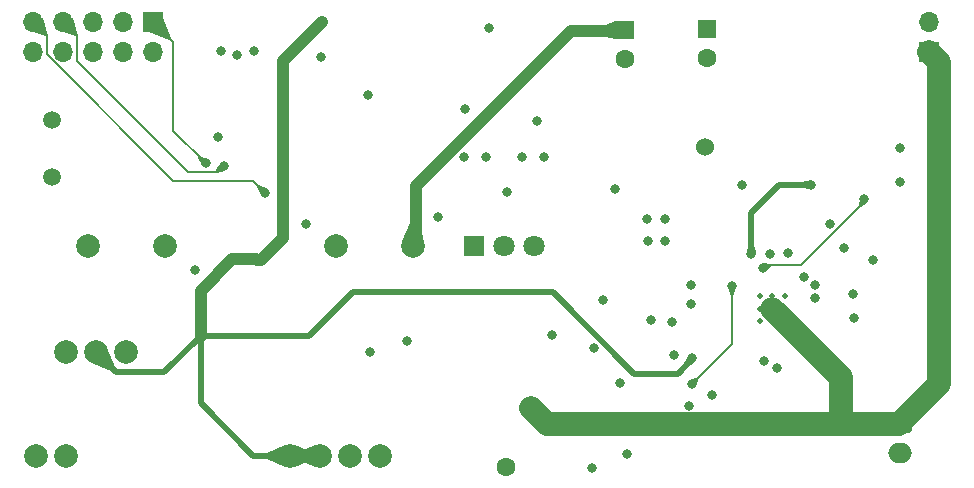
<source format=gbr>
%TF.GenerationSoftware,KiCad,Pcbnew,8.0.2-8.0.2-0~ubuntu22.04.1*%
%TF.CreationDate,2024-05-10T23:44:38+03:00*%
%TF.ProjectId,handle-module,68616e64-6c65-42d6-9d6f-64756c652e6b,rev?*%
%TF.SameCoordinates,Original*%
%TF.FileFunction,Copper,L2,Inr*%
%TF.FilePolarity,Positive*%
%FSLAX46Y46*%
G04 Gerber Fmt 4.6, Leading zero omitted, Abs format (unit mm)*
G04 Created by KiCad (PCBNEW 8.0.2-8.0.2-0~ubuntu22.04.1) date 2024-05-10 23:44:38*
%MOMM*%
%LPD*%
G01*
G04 APERTURE LIST*
G04 Aperture macros list*
%AMRoundRect*
0 Rectangle with rounded corners*
0 $1 Rounding radius*
0 $2 $3 $4 $5 $6 $7 $8 $9 X,Y pos of 4 corners*
0 Add a 4 corners polygon primitive as box body*
4,1,4,$2,$3,$4,$5,$6,$7,$8,$9,$2,$3,0*
0 Add four circle primitives for the rounded corners*
1,1,$1+$1,$2,$3*
1,1,$1+$1,$4,$5*
1,1,$1+$1,$6,$7*
1,1,$1+$1,$8,$9*
0 Add four rect primitives between the rounded corners*
20,1,$1+$1,$2,$3,$4,$5,0*
20,1,$1+$1,$4,$5,$6,$7,0*
20,1,$1+$1,$6,$7,$8,$9,0*
20,1,$1+$1,$8,$9,$2,$3,0*%
G04 Aperture macros list end*
%TA.AperFunction,HeatsinkPad*%
%ADD10C,0.500000*%
%TD*%
%TA.AperFunction,ComponentPad*%
%ADD11C,1.500000*%
%TD*%
%TA.AperFunction,ComponentPad*%
%ADD12R,1.700000X1.700000*%
%TD*%
%TA.AperFunction,ComponentPad*%
%ADD13O,1.700000X1.700000*%
%TD*%
%TA.AperFunction,ComponentPad*%
%ADD14C,2.000000*%
%TD*%
%TA.AperFunction,ComponentPad*%
%ADD15R,1.600000X1.600000*%
%TD*%
%TA.AperFunction,ComponentPad*%
%ADD16C,1.600000*%
%TD*%
%TA.AperFunction,ComponentPad*%
%ADD17R,1.800000X1.800000*%
%TD*%
%TA.AperFunction,ComponentPad*%
%ADD18C,1.800000*%
%TD*%
%TA.AperFunction,ComponentPad*%
%ADD19RoundRect,0.250000X-0.750000X0.600000X-0.750000X-0.600000X0.750000X-0.600000X0.750000X0.600000X0*%
%TD*%
%TA.AperFunction,ComponentPad*%
%ADD20O,2.000000X1.700000*%
%TD*%
%TA.AperFunction,ComponentPad*%
%ADD21C,1.524000*%
%TD*%
%TA.AperFunction,ViaPad*%
%ADD22C,0.800000*%
%TD*%
%TA.AperFunction,Conductor*%
%ADD23C,1.000000*%
%TD*%
%TA.AperFunction,Conductor*%
%ADD24C,0.500000*%
%TD*%
%TA.AperFunction,Conductor*%
%ADD25C,2.000000*%
%TD*%
%TA.AperFunction,Conductor*%
%ADD26C,0.200000*%
%TD*%
G04 APERTURE END LIST*
D10*
%TO.N,GNDPWR*%
%TO.C,U5*%
X118640487Y-103250000D03*
X118640487Y-104300000D03*
X118640487Y-105350000D03*
X119690487Y-103250000D03*
X119690487Y-104300000D03*
X119690487Y-105350000D03*
X120740487Y-103250000D03*
X120740487Y-104300000D03*
X120740487Y-105350000D03*
%TD*%
D11*
%TO.N,Net-(U3-XTAL2{slash}PB7)*%
%TO.C,X1*%
X58740487Y-93175000D03*
%TO.N,Net-(U3-XTAL1{slash}PB6)*%
X58740487Y-88295000D03*
%TD*%
D12*
%TO.N,GNDPWR*%
%TO.C,J1*%
X132975000Y-82600000D03*
D13*
%TO.N,Net-(J1-Pin_2)*%
X132975000Y-80060000D03*
%TD*%
D14*
%TO.N,unconnected-(U2-ANT-Pad1)*%
%TO.C,U2*%
X57370487Y-116750000D03*
%TO.N,GNDA*%
X59910487Y-116750000D03*
%TO.N,+5V*%
X78870487Y-116750000D03*
X81410487Y-116750000D03*
%TO.N,/FM_IN*%
X83950487Y-116750000D03*
%TO.N,GNDA*%
X86490487Y-116750000D03*
%TD*%
D15*
%TO.N,/VBAT*%
%TO.C,C6*%
X107200000Y-80700000D03*
D16*
%TO.N,GNDA*%
X107200000Y-83200000D03*
%TD*%
D15*
%TO.N,/VBAT*%
%TO.C,C5*%
X114200000Y-80617621D03*
D16*
%TO.N,GNDPWR*%
X114200000Y-83117621D03*
%TD*%
D14*
%TO.N,/FM_OUT*%
%TO.C,U1*%
X59910487Y-108000000D03*
%TO.N,+5V*%
X62450487Y-108000000D03*
%TO.N,GNDA*%
X64990487Y-108000000D03*
%TD*%
D17*
%TO.N,Net-(D1-A1)*%
%TO.C,D1*%
X94440487Y-99000000D03*
D18*
%TO.N,Net-(D1-K)*%
X96980487Y-99000000D03*
%TO.N,Net-(D1-A2)*%
X99520487Y-99000000D03*
%TD*%
D16*
%TO.N,/CHARGER_SUPPLY*%
%TO.C,RV1*%
X97150000Y-117700000D03*
%TO.N,GNDPWR*%
X99250000Y-112700000D03*
%TD*%
D19*
%TO.N,GNDPWR*%
%TO.C,J2*%
X130490487Y-114000000D03*
D20*
%TO.N,Net-(D9-A)*%
X130490487Y-116500000D03*
%TD*%
D14*
%TO.N,/CLOSE_BUTTON*%
%TO.C,SW2*%
X82740487Y-99000000D03*
%TO.N,/VBAT*%
X89240487Y-99000000D03*
%TD*%
D21*
%TO.N,GNDA*%
%TO.C,TP2*%
X114000000Y-90600000D03*
%TD*%
D14*
%TO.N,/VBAT*%
%TO.C,SW1*%
X61740487Y-99000000D03*
%TO.N,/OPEN_BUTTON*%
X68240487Y-99000000D03*
%TD*%
D12*
%TO.N,/MOSI*%
%TO.C,J3*%
X67280487Y-80000000D03*
D13*
%TO.N,+5V*%
X67280487Y-82540000D03*
%TO.N,unconnected-(J3-Pin_3-Pad3)*%
X64740487Y-80000000D03*
%TO.N,/RXD*%
X64740487Y-82540000D03*
%TO.N,/RESET#*%
X62200487Y-80000000D03*
%TO.N,/TXD*%
X62200487Y-82540000D03*
%TO.N,/SCK*%
X59660487Y-80000000D03*
%TO.N,GNDA*%
X59660487Y-82540000D03*
%TO.N,/MISO*%
X57120487Y-80000000D03*
%TO.N,GNDA*%
X57120487Y-82540000D03*
%TD*%
D22*
%TO.N,GNDA*%
X81490487Y-83000000D03*
X80190487Y-97100000D03*
X72990487Y-82500000D03*
X97200000Y-94400000D03*
X128190218Y-100190219D03*
X95740487Y-80500000D03*
X70790487Y-101000000D03*
X85490487Y-86250000D03*
X72740487Y-89750000D03*
X85600000Y-108000000D03*
%TO.N,+5V*%
X100345487Y-91500000D03*
X71290487Y-103000000D03*
X95432987Y-91500000D03*
X112890487Y-108500000D03*
X99800000Y-88400000D03*
X81590487Y-80000000D03*
X106400000Y-94200000D03*
X75990487Y-100100000D03*
%TO.N,GNDPWR*%
X125790487Y-99200000D03*
X130490487Y-90700000D03*
%TO.N,/CHARGER_SUPPLY*%
X104400000Y-117800000D03*
X101002987Y-106562500D03*
X107387500Y-116600000D03*
%TO.N,Net-(Q7-G)*%
X104602987Y-107600000D03*
%TO.N,/VSYS*%
X112802987Y-102300000D03*
X130490487Y-93600000D03*
X124590487Y-97100000D03*
%TO.N,/CHARGER_BATSRC*%
X110590487Y-96700000D03*
X126590487Y-105100000D03*
X117090487Y-93800000D03*
%TO.N,/VBAT*%
X109090487Y-96700000D03*
%TO.N,/MOSI*%
X71740487Y-92000000D03*
%TO.N,/SCK*%
X73240487Y-92250000D03*
%TO.N,/MISO*%
X76740487Y-94500000D03*
%TO.N,/LED_GREEN#*%
X98520487Y-91500000D03*
%TO.N,/LED_RED#*%
X93607987Y-91500000D03*
%TO.N,Net-(Q8-G)*%
X105402987Y-103600000D03*
%TO.N,Net-(Q9-G)*%
X127490487Y-95000000D03*
X118925206Y-100874794D03*
%TO.N,/CHARGER_BATDRV*%
X126490487Y-103100000D03*
%TO.N,Net-(Q8-D)*%
X112802987Y-103900000D03*
%TO.N,Net-(U5-ILIM)*%
X121000000Y-99600000D03*
X122400000Y-101600000D03*
%TO.N,Net-(U5-VCC)*%
X112890487Y-110700000D03*
X116290487Y-102400000D03*
%TO.N,Net-(Q10-D)*%
X117925000Y-99700000D03*
X122990487Y-93800000D03*
%TO.N,/SDA*%
X119000000Y-108700000D03*
X75790487Y-82500000D03*
%TO.N,/SCL*%
X120100000Y-109300000D03*
X74390487Y-82800000D03*
%TO.N,/CHARGER_SRP*%
X110600000Y-98600000D03*
%TO.N,/CHARGER_SRN*%
X109200000Y-98600000D03*
%TO.N,Net-(U5-BTST)*%
X119500000Y-99700000D03*
%TO.N,Net-(D6-K)*%
X106802987Y-110600000D03*
%TO.N,/PROCHOT#*%
X88800000Y-107000000D03*
X91400000Y-96500000D03*
X93700000Y-87400000D03*
X114600000Y-111600000D03*
%TO.N,Net-(U5-ACDET)*%
X112600000Y-112500000D03*
%TO.N,Net-(U5-ACDRV)*%
X111402987Y-108200000D03*
%TO.N,/CHR_VSYS_NMOS*%
X109402987Y-105300000D03*
%TO.N,Net-(U5-CMSRC)*%
X111202987Y-105400000D03*
%TO.N,Net-(U5-SRP)*%
X123290487Y-102300000D03*
%TO.N,Net-(U5-SRN)*%
X123333234Y-103355509D03*
%TD*%
D23*
%TO.N,+5V*%
X75990487Y-100100000D02*
X73990487Y-100100000D01*
D24*
X108005069Y-109800000D02*
X111690487Y-109800000D01*
X71290487Y-106600000D02*
X80490487Y-106600000D01*
D23*
X73990487Y-100100000D02*
X71290487Y-102800000D01*
X81590487Y-80000000D02*
X78290487Y-83300000D01*
X76390487Y-100200000D02*
X76090487Y-100200000D01*
D24*
X84190487Y-102900000D02*
X101105069Y-102900000D01*
X64150487Y-109700000D02*
X62450487Y-108000000D01*
D23*
X71290487Y-103000000D02*
X71290487Y-106600000D01*
D24*
X112890487Y-108600000D02*
X112890487Y-108500000D01*
D23*
X71290487Y-102800000D02*
X71290487Y-103000000D01*
D24*
X80490487Y-106600000D02*
X84190487Y-102900000D01*
X112990487Y-108500000D02*
X112890487Y-108600000D01*
D23*
X76090487Y-100200000D02*
X75990487Y-100100000D01*
D24*
X71290487Y-112300000D02*
X75740487Y-116750000D01*
X71290487Y-106600000D02*
X71290487Y-112300000D01*
X68190487Y-109700000D02*
X64150487Y-109700000D01*
D23*
X78290487Y-98300000D02*
X76390487Y-100200000D01*
D24*
X112890487Y-108500000D02*
X112990487Y-108500000D01*
X111690487Y-109800000D02*
X112890487Y-108600000D01*
D23*
X78290487Y-83300000D02*
X78290487Y-98300000D01*
D24*
X101105069Y-102900000D02*
X108005069Y-109800000D01*
X71290487Y-106600000D02*
X68190487Y-109700000D01*
X78870487Y-116750000D02*
X81410487Y-116750000D01*
X75740487Y-116750000D02*
X78870487Y-116750000D01*
D25*
%TO.N,GNDPWR*%
X125500000Y-114100000D02*
X100650000Y-114100000D01*
X133790487Y-110700000D02*
X133790487Y-83415487D01*
X125500000Y-110109513D02*
X125500000Y-114100000D01*
X125500000Y-114100000D02*
X130390487Y-114100000D01*
X119690487Y-104300000D02*
X125500000Y-110109513D01*
X130390487Y-114100000D02*
X133790487Y-110700000D01*
X100650000Y-114100000D02*
X99250000Y-112700000D01*
X133790487Y-83415487D02*
X132975000Y-82600000D01*
D23*
%TO.N,/VBAT*%
X89490487Y-93944365D02*
X102617232Y-80817620D01*
X89490487Y-99000000D02*
X89490487Y-93944365D01*
X102617232Y-80817620D02*
X107200000Y-80817620D01*
D26*
%TO.N,/MOSI*%
X71740487Y-92000000D02*
X68990487Y-89250000D01*
X68990487Y-89250000D02*
X68990487Y-81710000D01*
X68990487Y-81710000D02*
X67280487Y-80000000D01*
%TO.N,/SCK*%
X72790487Y-92700000D02*
X70190487Y-92700000D01*
X60810487Y-81150000D02*
X59660487Y-80000000D01*
X60810487Y-83320000D02*
X60810487Y-81150000D01*
X73240487Y-92250000D02*
X72790487Y-92700000D01*
X70190487Y-92700000D02*
X60810487Y-83320000D01*
%TO.N,/MISO*%
X75740487Y-93500000D02*
X68994141Y-93500000D01*
X68994141Y-93500000D02*
X58270487Y-82776346D01*
X58270487Y-82776346D02*
X58270487Y-81150000D01*
X58270487Y-81150000D02*
X57120487Y-80000000D01*
X76740487Y-94500000D02*
X75740487Y-93500000D01*
%TO.N,Net-(Q9-G)*%
X127490487Y-95254757D02*
X127490487Y-95000000D01*
X119200000Y-100600000D02*
X122145244Y-100600000D01*
X118925206Y-100874794D02*
X119200000Y-100600000D01*
X122145244Y-100600000D02*
X127490487Y-95254757D01*
%TO.N,Net-(U5-VCC)*%
X116290487Y-107300000D02*
X112890487Y-110700000D01*
X116290487Y-102400000D02*
X116290487Y-107300000D01*
D24*
%TO.N,Net-(Q10-D)*%
X120290487Y-93800000D02*
X122990487Y-93800000D01*
X117900000Y-99675000D02*
X117900000Y-96190487D01*
X117900000Y-96190487D02*
X120290487Y-93800000D01*
%TD*%
%TA.AperFunction,Conductor*%
%TO.N,Net-(Q10-D)*%
G36*
X122985429Y-93404435D02*
G01*
X122990322Y-93411935D01*
X122990522Y-93414062D01*
X122991487Y-93800000D01*
X122991487Y-93800058D01*
X122990522Y-94185937D01*
X122987074Y-94194202D01*
X122978793Y-94197608D01*
X122976666Y-94197408D01*
X122200031Y-94051789D01*
X122192531Y-94046896D01*
X122190487Y-94040289D01*
X122190487Y-93559710D01*
X122193914Y-93551437D01*
X122200029Y-93548210D01*
X122976667Y-93402591D01*
X122985429Y-93404435D01*
G37*
%TD.AperFunction*%
%TD*%
%TA.AperFunction,Conductor*%
%TO.N,/VBAT*%
G36*
X89988464Y-97053155D02*
G01*
X89991796Y-97059940D01*
X90238798Y-98986825D01*
X90236451Y-98995467D01*
X90228681Y-98999918D01*
X90227205Y-99000013D01*
X89242825Y-99000997D01*
X89238326Y-99000102D01*
X88327547Y-98621860D01*
X88321220Y-98615522D01*
X88321229Y-98606568D01*
X88321285Y-98606434D01*
X88987444Y-97056807D01*
X88993860Y-97050560D01*
X88998193Y-97049728D01*
X89980191Y-97049728D01*
X89988464Y-97053155D01*
G37*
%TD.AperFunction*%
%TD*%
%TA.AperFunction,Conductor*%
%TO.N,/MOSI*%
G36*
X71252720Y-91366572D02*
G01*
X71821431Y-91600747D01*
X71882743Y-91625994D01*
X71889088Y-91632313D01*
X71889108Y-91641265D01*
X71743050Y-91996195D01*
X71736732Y-92002542D01*
X71736682Y-92002563D01*
X71381752Y-92148621D01*
X71372798Y-92148600D01*
X71366481Y-92142256D01*
X71306338Y-91996195D01*
X71107060Y-91512235D01*
X71107079Y-91503282D01*
X71109603Y-91499512D01*
X71239997Y-91369118D01*
X71248269Y-91365692D01*
X71252720Y-91366572D01*
G37*
%TD.AperFunction*%
%TD*%
%TA.AperFunction,Conductor*%
%TO.N,+5V*%
G36*
X112530691Y-108350941D02*
G01*
X112855961Y-108484794D01*
X112889014Y-108498396D01*
X112892856Y-108500964D01*
X113164226Y-108773693D01*
X113167632Y-108781974D01*
X113164184Y-108790239D01*
X113163333Y-108791007D01*
X112569717Y-109275824D01*
X112561142Y-109278403D01*
X112554043Y-109275035D01*
X112214122Y-108935114D01*
X112210695Y-108926841D01*
X112212088Y-108921305D01*
X112515938Y-108356220D01*
X112522873Y-108350557D01*
X112530691Y-108350941D01*
G37*
%TD.AperFunction*%
%TD*%
%TA.AperFunction,Conductor*%
%TO.N,/VBAT*%
G36*
X106405691Y-79961971D02*
G01*
X107192092Y-80691734D01*
X107195825Y-80699872D01*
X107192709Y-80708268D01*
X107192401Y-80708587D01*
X106404570Y-81495435D01*
X106396295Y-81498857D01*
X106393701Y-81498564D01*
X105609099Y-81319694D01*
X105601795Y-81314514D01*
X105600000Y-81308287D01*
X105600000Y-80325177D01*
X105603427Y-80316904D01*
X105606886Y-80314513D01*
X106392922Y-79959882D01*
X106401872Y-79959605D01*
X106405691Y-79961971D01*
G37*
%TD.AperFunction*%
%TD*%
%TA.AperFunction,Conductor*%
%TO.N,/MOSI*%
G36*
X68128389Y-79652492D02*
G01*
X68134715Y-79658830D01*
X68134810Y-79659067D01*
X68799481Y-81373219D01*
X68799277Y-81382172D01*
X68796845Y-81385722D01*
X68666209Y-81516358D01*
X68657936Y-81519785D01*
X68653707Y-81518994D01*
X66939555Y-80854323D01*
X66933080Y-80848137D01*
X66932876Y-80839184D01*
X66932971Y-80838947D01*
X67277925Y-80003782D01*
X67284248Y-79997447D01*
X68119434Y-79652483D01*
X68128389Y-79652492D01*
G37*
%TD.AperFunction*%
%TD*%
%TA.AperFunction,Conductor*%
%TO.N,/MISO*%
G36*
X76252720Y-93866572D02*
G01*
X76821431Y-94100747D01*
X76882743Y-94125994D01*
X76889088Y-94132313D01*
X76889108Y-94141265D01*
X76743050Y-94496195D01*
X76736732Y-94502542D01*
X76736682Y-94502563D01*
X76381752Y-94648621D01*
X76372798Y-94648600D01*
X76366481Y-94642256D01*
X76306338Y-94496195D01*
X76107060Y-94012235D01*
X76107079Y-94003282D01*
X76109603Y-93999512D01*
X76239997Y-93869118D01*
X76248269Y-93865692D01*
X76252720Y-93866572D01*
G37*
%TD.AperFunction*%
%TD*%
%TA.AperFunction,Conductor*%
%TO.N,Net-(Q9-G)*%
G36*
X118937299Y-100475236D02*
G01*
X119602155Y-100499587D01*
X119610297Y-100503314D01*
X119613427Y-100511279D01*
X119613427Y-100695563D01*
X119610485Y-100703321D01*
X119216276Y-101148348D01*
X119208225Y-101152269D01*
X119199760Y-101149348D01*
X119199259Y-101148878D01*
X118927659Y-100878235D01*
X118924218Y-100869968D01*
X118924218Y-100869918D01*
X118925175Y-100486898D01*
X118928623Y-100478635D01*
X118936904Y-100475229D01*
X118937299Y-100475236D01*
G37*
%TD.AperFunction*%
%TD*%
%TA.AperFunction,Conductor*%
%TO.N,Net-(U5-VCC)*%
G36*
X116649242Y-102548571D02*
G01*
X116655560Y-102554918D01*
X116655540Y-102563870D01*
X116393487Y-103192800D01*
X116387142Y-103199119D01*
X116382687Y-103200000D01*
X116198287Y-103200000D01*
X116190014Y-103196573D01*
X116187487Y-103192800D01*
X115925432Y-102563868D01*
X115925414Y-102554915D01*
X115931729Y-102548572D01*
X116285987Y-102400875D01*
X116294936Y-102400855D01*
X116649242Y-102548571D01*
G37*
%TD.AperFunction*%
%TD*%
%TA.AperFunction,Conductor*%
%TO.N,+5V*%
G36*
X79263969Y-115830620D02*
G01*
X79263982Y-115830625D01*
X80863287Y-116497000D01*
X80869606Y-116503345D01*
X80870487Y-116507800D01*
X80870487Y-116992199D01*
X80867060Y-117000472D01*
X80863287Y-117002999D01*
X79263982Y-117669374D01*
X79255027Y-117669393D01*
X79248682Y-117663074D01*
X79248677Y-117663061D01*
X78871350Y-116754487D01*
X78871341Y-116745535D01*
X79248677Y-115836937D01*
X79255015Y-115830611D01*
X79263969Y-115830620D01*
G37*
%TD.AperFunction*%
%TD*%
%TA.AperFunction,Conductor*%
%TO.N,Net-(U5-VCC)*%
G36*
X113387204Y-110066592D02*
G01*
X113390977Y-110069119D01*
X113521367Y-110199509D01*
X113524794Y-110207782D01*
X113523913Y-110212237D01*
X113264492Y-110842256D01*
X113258173Y-110848601D01*
X113249221Y-110848621D01*
X112894291Y-110702563D01*
X112887944Y-110696245D01*
X112887923Y-110696195D01*
X112741865Y-110341265D01*
X112741886Y-110332311D01*
X112748229Y-110325994D01*
X113378251Y-110066573D01*
X113387204Y-110066592D01*
G37*
%TD.AperFunction*%
%TD*%
%TA.AperFunction,Conductor*%
%TO.N,+5V*%
G36*
X63372495Y-107621798D02*
G01*
X63378821Y-107628135D01*
X64038507Y-109230224D01*
X64038488Y-109239179D01*
X64035961Y-109242952D01*
X63693439Y-109585474D01*
X63685166Y-109588901D01*
X63680711Y-109588020D01*
X62833528Y-109239179D01*
X62078634Y-108928339D01*
X62072290Y-108922021D01*
X62072271Y-108913067D01*
X62447925Y-108003782D01*
X62454251Y-107997446D01*
X62454254Y-107997444D01*
X63363542Y-107621789D01*
X63372495Y-107621798D01*
G37*
%TD.AperFunction*%
%TD*%
%TA.AperFunction,Conductor*%
%TO.N,+5V*%
G36*
X78492291Y-115836925D02*
G01*
X78492296Y-115836938D01*
X78869623Y-116745513D01*
X78869632Y-116754467D01*
X78869623Y-116754487D01*
X78492296Y-117663061D01*
X78485958Y-117669388D01*
X78477004Y-117669379D01*
X78476991Y-117669374D01*
X76877687Y-117002999D01*
X76871368Y-116996654D01*
X76870487Y-116992199D01*
X76870487Y-116507800D01*
X76873914Y-116499527D01*
X76877687Y-116497000D01*
X78476991Y-115830624D01*
X78485946Y-115830606D01*
X78492291Y-115836925D01*
G37*
%TD.AperFunction*%
%TD*%
%TA.AperFunction,Conductor*%
%TO.N,/MISO*%
G36*
X57902783Y-79679665D02*
G01*
X57909108Y-79686004D01*
X57909501Y-79687108D01*
X58365968Y-81208593D01*
X58365063Y-81217502D01*
X58358123Y-81223162D01*
X58354761Y-81223655D01*
X58172305Y-81223655D01*
X58168752Y-81223102D01*
X56807327Y-80789161D01*
X56800485Y-80783384D01*
X56799733Y-80774461D01*
X56800063Y-80773555D01*
X57118631Y-80003485D01*
X57124958Y-79997153D01*
X57893829Y-79679656D01*
X57902783Y-79679665D01*
G37*
%TD.AperFunction*%
%TD*%
%TA.AperFunction,Conductor*%
%TO.N,/SCK*%
G36*
X60442783Y-79679665D02*
G01*
X60449108Y-79686004D01*
X60449501Y-79687108D01*
X60905968Y-81208593D01*
X60905063Y-81217502D01*
X60898123Y-81223162D01*
X60894761Y-81223655D01*
X60712305Y-81223655D01*
X60708752Y-81223102D01*
X59347327Y-80789161D01*
X59340485Y-80783384D01*
X59339733Y-80774461D01*
X59340063Y-80773555D01*
X59658631Y-80003485D01*
X59664958Y-79997153D01*
X60433829Y-79679656D01*
X60442783Y-79679665D01*
G37*
%TD.AperFunction*%
%TD*%
%TA.AperFunction,Conductor*%
%TO.N,/SCK*%
G36*
X72881119Y-92101134D02*
G01*
X73236987Y-92248141D01*
X73243325Y-92254467D01*
X73243340Y-92254503D01*
X73388335Y-92606856D01*
X73388314Y-92615810D01*
X73381967Y-92622128D01*
X73380196Y-92622697D01*
X72641263Y-92796615D01*
X72632424Y-92795175D01*
X72627193Y-92787907D01*
X72626882Y-92785226D01*
X72626882Y-92602689D01*
X72628055Y-92597582D01*
X72794508Y-92254467D01*
X72866125Y-92106840D01*
X72872820Y-92100893D01*
X72881119Y-92101134D01*
G37*
%TD.AperFunction*%
%TD*%
%TA.AperFunction,Conductor*%
%TO.N,Net-(Q9-G)*%
G36*
X127494596Y-95002712D02*
G01*
X127494633Y-95002749D01*
X127763681Y-95273146D01*
X127767087Y-95281427D01*
X127763639Y-95289692D01*
X127762254Y-95290871D01*
X127165290Y-95723597D01*
X127156580Y-95725678D01*
X127150150Y-95722397D01*
X127019844Y-95592091D01*
X127016417Y-95583818D01*
X127016509Y-95582358D01*
X127089190Y-95010206D01*
X127093632Y-95002431D01*
X127100773Y-94999981D01*
X127486319Y-94999301D01*
X127494596Y-95002712D01*
G37*
%TD.AperFunction*%
%TD*%
%TA.AperFunction,Conductor*%
%TO.N,+5V*%
G36*
X81032291Y-115836925D02*
G01*
X81032296Y-115836938D01*
X81409623Y-116745513D01*
X81409632Y-116754467D01*
X81409623Y-116754487D01*
X81032296Y-117663061D01*
X81025958Y-117669388D01*
X81017004Y-117669379D01*
X81016991Y-117669374D01*
X79417687Y-117002999D01*
X79411368Y-116996654D01*
X79410487Y-116992199D01*
X79410487Y-116507800D01*
X79413914Y-116499527D01*
X79417687Y-116497000D01*
X81016991Y-115830624D01*
X81025946Y-115830606D01*
X81032291Y-115836925D01*
G37*
%TD.AperFunction*%
%TD*%
%TA.AperFunction,Conductor*%
%TO.N,Net-(Q10-D)*%
G36*
X118148915Y-98908400D02*
G01*
X118152055Y-98914102D01*
X118274677Y-99458663D01*
X118292393Y-99537339D01*
X118290867Y-99546163D01*
X118285481Y-99550708D01*
X117927175Y-99700093D01*
X117922644Y-99700994D01*
X117538648Y-99700034D01*
X117530383Y-99696586D01*
X117526977Y-99688305D01*
X117527118Y-99686528D01*
X117648446Y-98914855D01*
X117653116Y-98907215D01*
X117660004Y-98904973D01*
X118140642Y-98904973D01*
X118148915Y-98908400D01*
G37*
%TD.AperFunction*%
%TD*%
M02*

</source>
